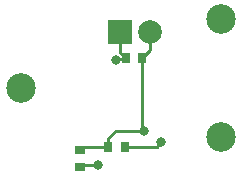
<source format=gbr>
%TF.GenerationSoftware,KiCad,Pcbnew,(5.1.10)-1*%
%TF.CreationDate,2021-08-06T13:27:46-07:00*%
%TF.ProjectId,dogbone,646f6762-6f6e-4652-9e6b-696361645f70,rev?*%
%TF.SameCoordinates,Original*%
%TF.FileFunction,Copper,L1,Top*%
%TF.FilePolarity,Positive*%
%FSLAX46Y46*%
G04 Gerber Fmt 4.6, Leading zero omitted, Abs format (unit mm)*
G04 Created by KiCad (PCBNEW (5.1.10)-1) date 2021-08-06 13:27:46*
%MOMM*%
%LPD*%
G01*
G04 APERTURE LIST*
%TA.AperFunction,SMDPad,CuDef*%
%ADD10R,0.725000X0.900000*%
%TD*%
%TA.AperFunction,SMDPad,CuDef*%
%ADD11R,0.900000X0.725000*%
%TD*%
%TA.AperFunction,SMDPad,CuDef*%
%ADD12C,2.000000*%
%TD*%
%TA.AperFunction,SMDPad,CuDef*%
%ADD13R,2.000000X2.000000*%
%TD*%
%TA.AperFunction,ComponentPad*%
%ADD14C,2.500000*%
%TD*%
%TA.AperFunction,ViaPad*%
%ADD15C,0.800000*%
%TD*%
%TA.AperFunction,Conductor*%
%ADD16C,0.250000*%
%TD*%
G04 APERTURE END LIST*
D10*
%TO.P,R3,2*%
%TO.N,UNAMP*%
X55482900Y-88049100D03*
%TO.P,R3,1*%
%TO.N,VGND*%
X56857900Y-88049100D03*
%TD*%
%TO.P,R2,2*%
%TO.N,GND*%
X55397400Y-95542100D03*
%TO.P,R2,1*%
%TO.N,VGND*%
X54022400Y-95542100D03*
%TD*%
D11*
%TO.P,R1,2*%
%TO.N,VGND*%
X51650900Y-95859600D03*
%TO.P,R1,1*%
%TO.N,+3V3*%
X51650900Y-97234600D03*
%TD*%
D12*
%TO.P,BZ1,2*%
%TO.N,VGND*%
X57516400Y-85826600D03*
D13*
%TO.P,BZ1,1*%
%TO.N,UNAMP*%
X55016400Y-85826600D03*
%TD*%
D14*
%TO.P,H3,1*%
%TO.N,N/C*%
X46577000Y-90623000D03*
%TD*%
%TO.P,H2,1*%
%TO.N,N/C*%
X63520000Y-94760000D03*
%TD*%
%TO.P,H1,1*%
%TO.N,N/C*%
X63520000Y-84740000D03*
%TD*%
D15*
%TO.N,VGND*%
X57048400Y-94208600D03*
%TO.N,UNAMP*%
X54635400Y-88176100D03*
%TO.N,+3V3*%
X53111400Y-97129600D03*
%TO.N,GND*%
X58494910Y-95149690D03*
%TD*%
D16*
%TO.N,VGND*%
X54022400Y-94842100D02*
X54655900Y-94208600D01*
X54022400Y-95542100D02*
X54022400Y-94842100D01*
X54655900Y-94208600D02*
X57048400Y-94208600D01*
X57048400Y-94208600D02*
X57048400Y-94208600D01*
X57516400Y-87390600D02*
X56857900Y-88049100D01*
X57516400Y-85826600D02*
X57516400Y-87390600D01*
X56857900Y-94018100D02*
X57048400Y-94208600D01*
X56857900Y-88049100D02*
X56857900Y-94018100D01*
X51968400Y-95542100D02*
X51650900Y-95859600D01*
X54022400Y-95542100D02*
X51968400Y-95542100D01*
%TO.N,UNAMP*%
X55016400Y-87582600D02*
X55482900Y-88049100D01*
X55016400Y-85826600D02*
X55016400Y-87582600D01*
X55482900Y-88049100D02*
X54635400Y-88176100D01*
X54635400Y-88176100D02*
X54762400Y-88049100D01*
%TO.N,+3V3*%
X51755900Y-97129600D02*
X51650900Y-97234600D01*
X53111400Y-97129600D02*
X51755900Y-97129600D01*
%TO.N,GND*%
X58102500Y-95542100D02*
X58494910Y-95149690D01*
X55397400Y-95542100D02*
X58102500Y-95542100D01*
%TD*%
M02*

</source>
